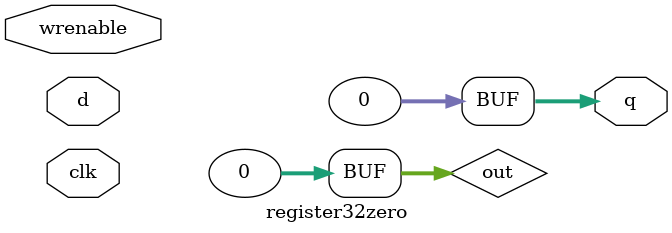
<source format=v>

module register32zero
(
output[31:0]	q,
input[31:0]		d,
input		wrenable,
input		clk
);

  // register register(output[0], input[0], wrenable, clk);
  // output[0] = 0;

  wire[31:0] out = {0,0,0,0,0,0,0,0,0,0,0,0,0,0,0,0,0,0,0,0,0,0,0,0,0,0,0,0,0,0,0,0};
  assign q = out;

  // genvar i;
  // generate
  //   for (i=1; i<32; i=i+1)
  //   begin:genblock
  //     register register(output[i], input[i], wrenable, clk);
  //     output[1] = 0;
  //   end
  // endgenerate


endmodule

</source>
